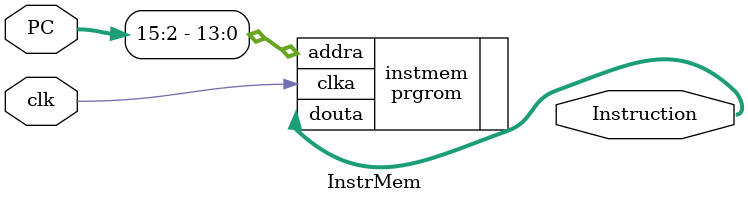
<source format=sv>
`timescale 1ns / 1ps

module InstrMem (
	// Program ROM Pinouts
	input			clk,          // ROM clock
	input	[31:0]	PC,           // À´Ô´ÓÚÈ¡Ö¸µ¥ÔªµÄÈ¡Ö¸µØÖ·£¨PC£©
	output	[31:0]	Instruction   // ¸øÈ¡Ö¸µ¥ÔªµÄ¶Á³öµÄÊý¾Ý£¨Ö¸Áî£©
);
	// ·ÖÅä64KB ROM, ±àÒëÆ÷Êµ¼ÊÖ»ÓÃ 64KB ROM
    prgrom instmem(
        .clka(clk), // input wire clka
        .addra(PC[15:2]), // input wire [13 : 0] addra
        .douta(Instruction) // output wire [31 : 0] douta
    );
endmodule
</source>
